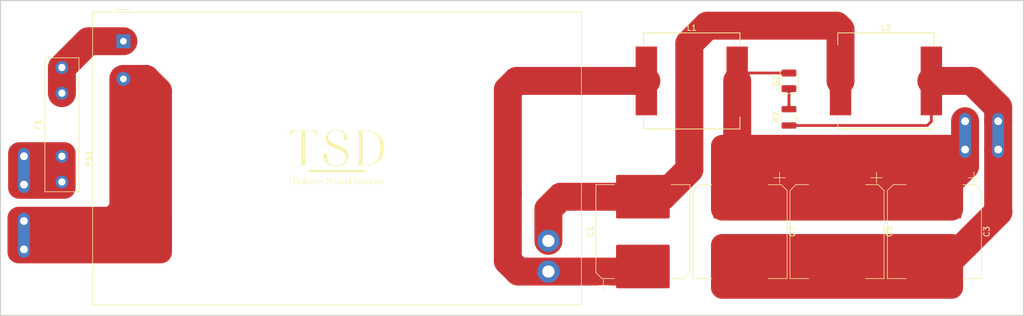
<source format=kicad_pcb>
(kicad_pcb (version 20211014) (generator pcbnew)
  (layers (0 "F.Cu" signal) (31 "B.Cu" signal) (34 "B.Paste" user) (35 "F.Paste" user) (36 "B.SilkS" user "B.Silkscreen") (37 "F.SilkS" user "F.Silkscreen") (38 "B.Mask" user) (39 "F.Mask" user) (44 "Edge.Cuts" user))
  (net 0 "")
  (net 1 "Net-(C1-Pad1)")
  (net 2 "Net-(C1-Pad2)")
  (net 3 "+24V")
  (net 4 "GND")
  (net 5 "Net-(D2-Pad1)")
  (net 6 "Net-(F1-Pad1)")
  (net 7 "Net-(F1-Pad2)")
  (net 8 "Net-(J2-Pad1)")
  (footprint "Capacitor_SMD:CP_Elec_16x17.5" (layer "F.Cu") (at 208.13 69.7575 -90)
    (fp_text reference "C3" (at 0 -9.35 90) (layer "F.SilkS"))
    (fp_text value "330uF")
    (pad "1" smd roundrect locked (at -6.25 0 270) (size 7.8 9.6) (layers "F.Cu" "F.Paste" "F.Mask") (roundrect_rratio 0.032051) (net 3 "+24V"))
    (pad "2" smd roundrect locked (at 6.25 0 270) (size 7.8 9.6) (layers "F.Cu" "F.Paste" "F.Mask") (roundrect_rratio 0.032051) (net 4 "GND"))
  )
  (footprint "Capacitor_SMD:CP_Elec_16x17.5" (layer "F.Cu") (at 156 69.7575 90)
    (fp_text reference "C1" (at 0 -9.35 90) (layer "F.SilkS"))
    (fp_text value "330uF")
    (pad "1" smd roundrect locked (at -6.25 0 90) (size 7.8 9.6) (layers "F.Cu" "F.Paste" "F.Mask") (roundrect_rratio 0.032051) (net 1 "Net-(C1-Pad1)"))
    (pad "2" smd roundrect locked (at 6.25 0 90) (size 7.8 9.6) (layers "F.Cu" "F.Paste" "F.Mask") (roundrect_rratio 0.032051) (net 2 "Net-(C1-Pad2)"))
  )
  (footprint "Custom Library:Logo_25mm" (layer "F.Cu") (at 101.45662 57.105366)
    (fp_text reference "G***" hide)
    (fp_text value "LOGO" hide)
  )
  (footprint "Fuse:Fuseholder_Littelfuse_100_series_5x20mm" (layer "F.Cu") (at 52.111187 60.87062 90)
    (fp_text reference "F1" (at 10.25 -4.3 90 unlocked) (layer "F.SilkS"))
    (fp_text value "0155001.DR")
    (pad "1" thru_hole circle (at 4.6 0 90) (size 2.3 2.3) (drill 1.3) (layers *.Cu *.Mask) (net 6 "Net-(F1-Pad1)"))
    (pad "1" thru_hole circle (at 0 0 90) (size 2.3 2.3) (drill 1.3) (layers *.Cu *.Mask) (net 6 "Net-(F1-Pad1)"))
    (pad "2" thru_hole circle (at 15.9 0 90) (size 2.3 2.3) (drill 1.3) (layers *.Cu *.Mask) (net 7 "Net-(F1-Pad2)"))
    (pad "2" thru_hole circle (at 20.5 0 90) (size 2.3 2.3) (drill 1.3) (layers *.Cu *.Mask) (net 7 "Net-(F1-Pad2)"))
  )
  (footprint "Custom Library:Spade Conector 6.3mm TE_1217861" (layer "F.Cu") (at 45.32 70.4 90)
    (fp_text reference "J2" hide)
    (fp_text value "AC2" hide)
    (pad "1" thru_hole oval (at 2.54 0 90) (size 5 2.1) (drill 1.4 (offset -1 0)) (layers *.Cu *.Mask) (net 8 "Net-(J2-Pad1)"))
    (pad "1" thru_hole oval (at -2.54 0 90) (size 5 2.1) (drill 1.4 (offset 1 0)) (layers *.Cu *.Mask) (net 8 "Net-(J2-Pad1)"))
  )
  (footprint "Converter_ACDC:Converter_ACDC_MeanWell_IRM-60-xx_THT" (layer "F.Cu") (at 63.105 35.665)
    (fp_text reference "PS1" (at -6.2 21 90) (layer "F.SilkS"))
    (fp_text value "IRM-60-24")
    (pad "1" thru_hole rect locked (at 0 0) (size 2.5 2.5) (drill 1.2) (layers *.Cu *.Mask) (net 7 "Net-(F1-Pad2)"))
    (pad "2" thru_hole circle locked (at 0 6.75) (size 2.5 2.5) (drill 1.2) (layers *.Cu *.Mask) (net 8 "Net-(J2-Pad1)"))
    (pad "3" thru_hole circle locked (at 76 41.25) (size 4 4) (drill 2.2) (layers *.Cu *.Mask) (net 1 "Net-(C1-Pad1)"))
    (pad "4" thru_hole circle locked (at 76 35.75) (size 4 4) (drill 2.2) (layers *.Cu *.Mask) (net 2 "Net-(C1-Pad2)"))
  )
  (footprint "Resistor_SMD:R_1210_3225Metric" (layer "F.Cu") (at 182.12 49.294784 90)
    (fp_text reference "R2" (at 0 -2.28 90) (layer "F.SilkS"))
    (fp_text value "2K")
    (pad "1" smd roundrect locked (at -1.4625 0 90) (size 1.125 2.65) (layers "F.Cu" "F.Paste" "F.Mask") (roundrect_rratio 0.222222) (net 4 "GND"))
    (pad "2" smd roundrect locked (at 1.4625 0 90) (size 1.125 2.65) (layers "F.Cu" "F.Paste" "F.Mask") (roundrect_rratio 0.222222) (net 5 "Net-(D2-Pad1)"))
  )
  (footprint "Custom Library:Spade Conector 6.3mm TE_1217861" (layer "F.Cu") (at 213.61 52.525835 90)
    (fp_text reference "J3" hide)
    (fp_text value "V+" hide)
    (pad "1" thru_hole oval (at -2.54 0 90) (size 5 2.1) (drill 1.4 (offset 1 0)) (layers *.Cu *.Mask) (net 3 "+24V"))
    (pad "1" thru_hole oval (at 2.54 0 90) (size 5 2.1) (drill 1.4 (offset -1 0)) (layers *.Cu *.Mask) (net 3 "+24V"))
  )
  (footprint "LED_SMD:LED_1210_3225Metric" (layer "F.Cu") (at 182.12 42.76 90)
    (fp_text reference "D2" (at 0 -2.28 90) (layer "F.SilkS"))
    (fp_text value "LED")
    (pad "1" smd roundrect locked (at -1.4 0 90) (size 1.25 2.65) (layers "F.Cu" "F.Paste" "F.Mask") (roundrect_rratio 0.2) (net 5 "Net-(D2-Pad1)"))
    (pad "2" smd roundrect locked (at 1.4 0 90) (size 1.25 2.65) (layers "F.Cu" "F.Paste" "F.Mask") (roundrect_rratio 0.2) (net 3 "+24V"))
  )
  (footprint "Inductor_SMD:L_Vishay_IHLP-6767" (layer "F.Cu") (at 164.74 42.774784)
    (fp_text reference "L1" (at 0 -9.509) (layer "F.SilkS"))
    (fp_text value "100uh - 5A")
    (pad "1" smd rect locked (at -8.1225 0) (size 3.825 12.32) (layers "F.Cu" "F.Paste" "F.Mask") (net 1 "Net-(C1-Pad1)"))
    (pad "2" smd rect locked (at 8.1225 0) (size 3.825 12.32) (layers "F.Cu" "F.Paste" "F.Mask") (net 3 "+24V"))
  )
  (footprint "Custom Library:Spade Conector 6.3mm TE_1217861" (layer "F.Cu") (at 45.32 58.81062 -90)
    (fp_text reference "J1" hide)
    (fp_text value "AC1" hide)
    (pad "1" thru_hole oval (at 2.54 0 270) (size 5 2.1) (drill 1.4 (offset -1 0)) (layers *.Cu *.Mask) (net 6 "Net-(F1-Pad1)"))
    (pad "1" thru_hole oval (at -2.54 0 270) (size 5 2.1) (drill 1.4 (offset 1 0)) (layers *.Cu *.Mask) (net 6 "Net-(F1-Pad1)"))
  )
  (footprint "Inductor_SMD:L_Vishay_IHLP-6767" (layer "F.Cu") (at 199.46 42.774784)
    (fp_text reference "L2" (at 0 -9.509) (layer "F.SilkS"))
    (fp_text value "100uh - 5A")
    (pad "1" smd rect locked (at -8.1225 0) (size 3.825 12.32) (layers "F.Cu" "F.Paste" "F.Mask") (net 2 "Net-(C1-Pad2)"))
    (pad "2" smd rect locked (at 8.1225 0) (size 3.825 12.32) (layers "F.Cu" "F.Paste" "F.Mask") (net 4 "GND"))
  )
  (footprint "Capacitor_SMD:CP_Elec_16x17.5" (layer "F.Cu") (at 173.39 69.7575 -90)
    (fp_text reference "C7" (at 0 -9.35 90) (layer "F.SilkS"))
    (fp_text value "330uF")
    (pad "1" smd roundrect locked (at -6.25 0 270) (size 7.8 9.6) (layers "F.Cu" "F.Paste" "F.Mask") (roundrect_rratio 0.032051) (net 3 "+24V"))
    (pad "2" smd roundrect locked (at 6.25 0 270) (size 7.8 9.6) (layers "F.Cu" "F.Paste" "F.Mask") (roundrect_rratio 0.032051) (net 4 "GND"))
  )
  (footprint "Capacitor_SMD:CP_Elec_16x17.5" (layer "F.Cu") (at 190.716666 69.7575 -90)
    (fp_text reference "C5" (at 0 -9.35 90) (layer "F.SilkS"))
    (fp_text value "330uF")
    (pad "1" smd roundrect locked (at -6.25 0 270) (size 7.8 9.6) (layers "F.Cu" "F.Paste" "F.Mask") (roundrect_rratio 0.032051) (net 3 "+24V"))
    (pad "2" smd roundrect locked (at 6.25 0 270) (size 7.8 9.6) (layers "F.Cu" "F.Paste" "F.Mask") (roundrect_rratio 0.032051) (net 4 "GND"))
  )
  (footprint "Custom Library:Spade Conector 6.3mm TE_1217861" (layer "F.Cu") (at 219.53 52.525835 90)
    (fp_text reference "J4" hide)
    (fp_text value "GND" hide)
    (pad "1" thru_hole oval (at -2.54 0 90) (size 5 2.1) (drill 1.4 (offset 1 0)) (layers *.Cu *.Mask) (net 4 "GND"))
    (pad "1" thru_hole oval (at 2.54 0 90) (size 5 2.1) (drill 1.4 (offset -1 0)) (layers *.Cu *.Mask) (net 4 "GND"))
  )
  (gr_rect (start 41.14 28.38) (end 224.06 84.79) (layer "Edge.Cuts") (width 0.2) (fill none))
  (segment (start 131.85 62.74) (end 131.85 44.37) (width 5) (layer "F.Cu") (net 1))
  (segment (start 139.105 76.915) (end 155.0925 76.915) (width 5) (layer "F.Cu") (net 1))
  (segment (start 131.85 44.37) (end 133.445216 42.774784) (width 5) (layer "F.Cu") (net 1))
  (segment (start 155.0925 76.915) (end 156 76.0075) (width 5) (layer "F.Cu") (net 1))
  (segment (start 156.3125 76.32) (end 156 76.0075) (width 5) (layer "F.Cu") (net 1))
  (segment (start 133.445216 42.774784) (end 156.6175 42.774784) (width 5) (layer "F.Cu") (net 1))
  (segment (start 133.765 76.915) (end 131.85 75) (width 5) (layer "F.Cu") (net 1))
  (segment (start 139.105 76.915) (end 133.765 76.915) (width 5) (layer "F.Cu") (net 1))
  (segment (start 131.85 75) (end 131.85 62.74) (width 5) (layer "F.Cu") (net 1))
  (segment (start 167.53 32.88) (end 164.3 36.11) (width 5) (layer "F.Cu") (net 2))
  (segment (start 164.3 36.11) (end 164.3 58.66) (width 5) (layer "F.Cu") (net 2))
  (segment (start 141.3525 63.5075) (end 139.105 65.755) (width 5) (layer "F.Cu") (net 2))
  (segment (start 139.105 65.755) (end 139.105 71.415) (width 5) (layer "F.Cu") (net 2))
  (segment (start 156 63.5075) (end 141.3525 63.5075) (width 5) (layer "F.Cu") (net 2))
  (segment (start 159.4525 63.5075) (end 164.3 58.66) (width 5) (layer "F.Cu") (net 2))
  (segment (start 156 63.5075) (end 159.4525 63.5075) (width 5) (layer "F.Cu") (net 2))
  (segment (start 190.62 32.88) (end 167.53 32.88) (width 5) (layer "F.Cu") (net 2))
  (segment (start 191.3375 42.774784) (end 191.3375 33.5975) (width 5) (layer "F.Cu") (net 2))
  (segment (start 191.3375 33.5975) (end 190.62 32.88) (width 5) (layer "F.Cu") (net 2))
  (segment (start 213.61 49.985835) (end 213.61 58.0275) (width 5) (layer "F.Cu") (net 3))
  (segment (start 174.277284 41.36) (end 172.8625 42.774784) (width 0.5) (layer "F.Cu") (net 3))
  (segment (start 213.61 58.0275) (end 208.13 63.5075) (width 5) (layer "F.Cu") (net 3))
  (segment (start 182.12 41.36) (end 174.277284 41.36) (width 0.5) (layer "F.Cu") (net 3))
  (segment (start 172.8625 62.98) (end 173.39 63.5075) (width 5) (layer "F.Cu") (net 3))
  (segment (start 172.8625 42.774784) (end 172.8625 62.98) (width 5) (layer "F.Cu") (net 3))
  (segment (start 219.53 49.985835) (end 219.53 47.499568) (width 5) (layer "F.Cu") (net 4))
  (segment (start 219.53 47.499568) (end 214.805216 42.774784) (width 5) (layer "F.Cu") (net 4))
  (segment (start 207.5825 50.0275) (end 207.5825 42.774784) (width 0.5) (layer "F.Cu") (net 4))
  (segment (start 213.61 72.18) (end 219.58 66.21) (width 5) (layer "F.Cu") (net 4))
  (segment (start 206.852716 50.757284) (end 207.5825 50.0275) (width 0.5) (layer "F.Cu") (net 4))
  (segment (start 214.805216 42.774784) (end 207.5825 42.774784) (width 5) (layer "F.Cu") (net 4))
  (segment (start 208.13 76.0075) (end 209.7825 76.0075) (width 5) (layer "F.Cu") (net 4))
  (segment (start 209.7825 76.0075) (end 213.61 72.18) (width 5) (layer "F.Cu") (net 4))
  (segment (start 219.53 49.985835) (end 219.53 55.065835) (width 5) (layer "F.Cu") (net 4))
  (segment (start 219.53 66.26) (end 213.61 72.18) (width 5) (layer "F.Cu") (net 4))
  (segment (start 182.12 50.757284) (end 206.852716 50.757284) (width 0.5) (layer "F.Cu") (net 4))
  (segment (start 219.53 55.065835) (end 219.53 66.26) (width 5) (layer "F.Cu") (net 4))
  (segment (start 182.12 44.16) (end 182.12 47.832284) (width 0.5) (layer "F.Cu") (net 5))
  (segment (start 56.855 35.665) (end 63.105 35.665) (width 5) (layer "F.Cu") (net 7))
  (segment (start 52.111187 44.97062) (end 52.111187 40.408813) (width 5) (layer "F.Cu") (net 7))
  (segment (start 52.111187 40.408813) (end 56.855 35.665) (width 5) (layer "F.Cu") (net 7))
  (segment (start 69.29 71.69) (end 69.29 69.85) (width 5) (layer "F.Cu") (net 8))
  (segment (start 67.085 42.415) (end 67.085 60.795) (width 5) (layer "F.Cu") (net 8))
  (segment (start 67.085 42.415) (end 63.105 42.415) (width 5) (layer "F.Cu") (net 8))
  (segment (start 63.105 63.665) (end 63.66 64.22) (width 5) (layer "F.Cu") (net 8))
  (segment (start 69.29 44.62) (end 67.085 42.415) (width 5) (layer "F.Cu") (net 8))
  (segment (start 69.29 69.85) (end 63.66 64.22) (width 5) (layer "F.Cu") (net 8))
  (segment (start 65.9 66.46) (end 65.9 66.52) (width 5) (layer "F.Cu") (net 8))
  (segment (start 67.085 60.795) (end 63.66 64.22) (width 5) (layer "F.Cu") (net 8))
  (segment (start 63.105 65.885) (end 60.31 68.68) (width 5) (layer "F.Cu") (net 8))
  (segment (start 63.105 42.415) (end 63.105 63.665) (width 5) (layer "F.Cu") (net 8))
  (segment (start 63.66 64.22) (end 65.9 66.46) (width 5) (layer "F.Cu") (net 8))
  (segment (start 69.29 71.69) (end 69.29 44.62) (width 5) (layer "F.Cu") (net 8))
  (segment (start 63.105 63.665) (end 63.105 65.885) (width 5) (layer "F.Cu") (net 8))
  (zone (net 6) (net_name "Net-(F1-Pad1)") (layer "F.Cu") (connect_pads yes (clearance 0.508)) (min_thickness 0.254) (fill yes (thermal_gap 0.508) (thermal_bridge_width 0.508) (smoothing fillet) (radius 2))
    (polygon (pts (xy 54.56 63.88) (xy 42.49 63.88) (xy 42.49 53.75) (xy 54.56 53.75)))
  )
  (zone (net 8) (net_name "Net-(J2-Pad1)") (layer "F.Cu") (connect_pads yes (clearance 0.508)) (min_thickness 0.254) (fill yes (thermal_gap 0.508) (thermal_bridge_width 0.508) (smoothing fillet) (radius 2))
    (polygon (pts (xy 71.791225 75.448229) (xy 42.381225 75.448229) (xy 42.381225 65.318229) (xy 71.791225 65.318229)))
  )
  (zone (net 4) (net_name "GND") (layer "F.Cu") (connect_pads yes (clearance 0.508)) (min_thickness 0.254) (fill yes (thermal_gap 0.508) (thermal_bridge_width 0.508) (smoothing fillet) (radius 2))
    (polygon (pts (xy 213.25919 81.78663) (xy 168.17919 81.78663) (xy 168.17919 70.18663) (xy 213.25919 70.18663)))
  )
  (zone (net 3) (net_name "+24V") (layer "F.Cu") (connect_pads yes (clearance 0.508)) (min_thickness 0.254) (fill yes (thermal_gap 0.508) (thermal_bridge_width 0.508) (smoothing fillet) (radius 2))
    (polygon (pts (xy 213.25919 67.780994) (xy 168.17919 67.780994) (xy 168.17919 52.430994) (xy 213.25919 52.430994)))
  )
)
</source>
